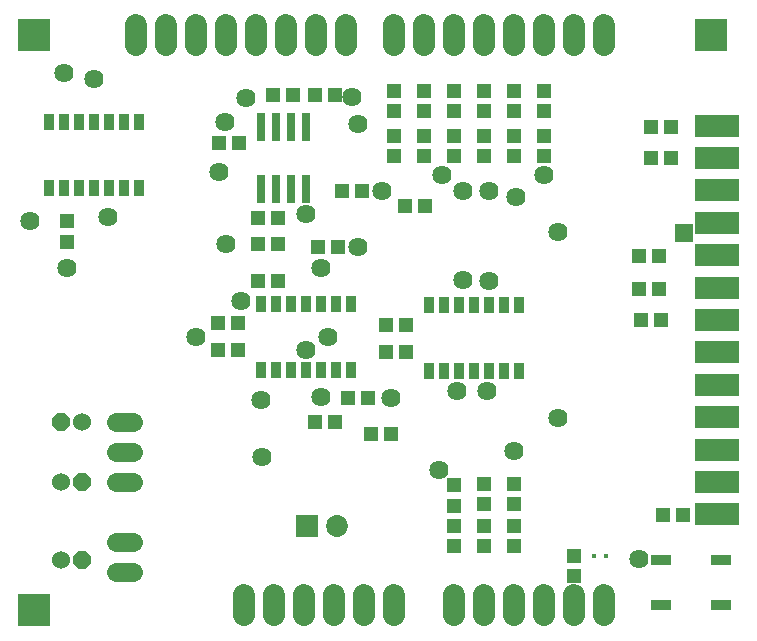
<source format=gts>
G75*
G70*
%OFA0B0*%
%FSLAX24Y24*%
%IPPOS*%
%LPD*%
%AMOC8*
5,1,8,0,0,1.08239X$1,22.5*
%
%ADD10C,0.0720*%
%ADD11C,0.0640*%
%ADD12OC8,0.0600*%
%ADD13C,0.0600*%
%ADD14R,0.1458X0.0749*%
%ADD15R,0.0513X0.0474*%
%ADD16R,0.0330X0.0580*%
%ADD17R,0.0474X0.0513*%
%ADD18R,0.0316X0.0946*%
%ADD19R,0.0680X0.0380*%
%ADD20R,0.0148X0.0138*%
%ADD21C,0.0730*%
%ADD22R,0.0730X0.0730*%
%ADD23C,0.0640*%
%ADD24R,0.0640X0.0640*%
%ADD25R,0.1080X0.1080*%
D10*
X011181Y000781D02*
X011181Y001421D01*
X012181Y001421D02*
X012181Y000781D01*
X013181Y000781D02*
X013181Y001421D01*
X014181Y001421D02*
X014181Y000781D01*
X015181Y000781D02*
X015181Y001421D01*
X016181Y001421D02*
X016181Y000781D01*
X018181Y000781D02*
X018181Y001421D01*
X019181Y001421D02*
X019181Y000781D01*
X020181Y000781D02*
X020181Y001421D01*
X021181Y001421D02*
X021181Y000781D01*
X022181Y000781D02*
X022181Y001421D01*
X023181Y001421D02*
X023181Y000781D01*
X023181Y019781D02*
X023181Y020421D01*
X022181Y020421D02*
X022181Y019781D01*
X021181Y019781D02*
X021181Y020421D01*
X020181Y020421D02*
X020181Y019781D01*
X019181Y019781D02*
X019181Y020421D01*
X018181Y020421D02*
X018181Y019781D01*
X017181Y019781D02*
X017181Y020421D01*
X016181Y020421D02*
X016181Y019781D01*
X014581Y019781D02*
X014581Y020421D01*
X013581Y020421D02*
X013581Y019781D01*
X012581Y019781D02*
X012581Y020421D01*
X011581Y020421D02*
X011581Y019781D01*
X010581Y019781D02*
X010581Y020421D01*
X009581Y020421D02*
X009581Y019781D01*
X008581Y019781D02*
X008581Y020421D01*
X007581Y020421D02*
X007581Y019781D01*
D11*
X007461Y007201D02*
X006901Y007201D01*
X006901Y006201D02*
X007461Y006201D01*
X007461Y005201D02*
X006901Y005201D01*
X006901Y003201D02*
X007461Y003201D01*
X007461Y002201D02*
X006901Y002201D01*
D12*
X005781Y002601D03*
X005781Y005201D03*
X005081Y007201D03*
D13*
X005781Y007201D03*
X005081Y005201D03*
X005081Y002601D03*
D14*
X026951Y004121D03*
X026951Y005201D03*
X026951Y006281D03*
X026951Y007361D03*
X026951Y008441D03*
X026951Y009521D03*
X026951Y010601D03*
X026951Y011681D03*
X026951Y012761D03*
X026951Y013841D03*
X026951Y014921D03*
X026951Y016001D03*
X026951Y017081D03*
D15*
X021181Y016735D03*
X021181Y016066D03*
X020181Y016066D03*
X020181Y016735D03*
X019181Y016735D03*
X019181Y016066D03*
X018181Y016066D03*
X018181Y016735D03*
X017181Y016735D03*
X017181Y016066D03*
X016181Y016066D03*
X016181Y016735D03*
X016181Y017566D03*
X016181Y018235D03*
X017181Y018235D03*
X017181Y017566D03*
X018181Y017566D03*
X018181Y018235D03*
X019181Y018235D03*
X019181Y017566D03*
X020181Y017566D03*
X020181Y018235D03*
X021181Y018235D03*
X021181Y017566D03*
X015115Y014901D03*
X014446Y014901D03*
X011015Y016501D03*
X010346Y016501D03*
X010296Y010501D03*
X010965Y010501D03*
X010965Y009601D03*
X010296Y009601D03*
X015896Y009551D03*
X016565Y009551D03*
X016565Y010451D03*
X015896Y010451D03*
X018181Y005085D03*
X018181Y004416D03*
X018181Y003735D03*
X018181Y003066D03*
X019181Y003066D03*
X019181Y003735D03*
X019181Y004466D03*
X019181Y005135D03*
X020181Y005135D03*
X020181Y004466D03*
X020181Y003735D03*
X020181Y003066D03*
X022181Y002735D03*
X022181Y002066D03*
D16*
X020331Y008901D03*
X019831Y008901D03*
X019331Y008901D03*
X018831Y008901D03*
X018331Y008901D03*
X017831Y008901D03*
X017331Y008901D03*
X014731Y008951D03*
X014231Y008951D03*
X013731Y008951D03*
X013231Y008951D03*
X012731Y008951D03*
X012231Y008951D03*
X011731Y008951D03*
X011731Y011151D03*
X012231Y011151D03*
X012731Y011151D03*
X013231Y011151D03*
X013731Y011151D03*
X014231Y011151D03*
X014731Y011151D03*
X017331Y011101D03*
X017831Y011101D03*
X018331Y011101D03*
X018831Y011101D03*
X019331Y011101D03*
X019831Y011101D03*
X020331Y011101D03*
X007681Y015001D03*
X007181Y015001D03*
X006681Y015001D03*
X006181Y015001D03*
X005681Y015001D03*
X005181Y015001D03*
X004681Y015001D03*
X004681Y017201D03*
X005181Y017201D03*
X005681Y017201D03*
X006181Y017201D03*
X006681Y017201D03*
X007181Y017201D03*
X007681Y017201D03*
D17*
X012146Y018101D03*
X012815Y018101D03*
X013546Y018101D03*
X014215Y018101D03*
X016546Y014401D03*
X017215Y014401D03*
X014315Y013051D03*
X013646Y013051D03*
X012315Y013151D03*
X011646Y013151D03*
X011646Y014001D03*
X012315Y014001D03*
X012315Y011901D03*
X011646Y011901D03*
X014646Y008001D03*
X015315Y008001D03*
X014215Y007201D03*
X013546Y007201D03*
X015396Y006801D03*
X016065Y006801D03*
X024396Y010601D03*
X025065Y010601D03*
X025015Y011651D03*
X024346Y011651D03*
X024346Y012751D03*
X025015Y012751D03*
X024746Y016001D03*
X025415Y016001D03*
X025415Y017051D03*
X024746Y017051D03*
X025146Y004101D03*
X025815Y004101D03*
X005281Y013216D03*
X005281Y013885D03*
D18*
X011731Y014977D03*
X012231Y014977D03*
X012731Y014977D03*
X013231Y014977D03*
X013231Y017024D03*
X012731Y017024D03*
X012231Y017024D03*
X011731Y017024D03*
D19*
X025081Y002601D03*
X027081Y002601D03*
X027081Y001101D03*
X025081Y001101D03*
D20*
X023232Y002751D03*
X022829Y002751D03*
D21*
X014281Y003751D03*
D22*
X013281Y003751D03*
D23*
X011781Y006051D03*
X011731Y007951D03*
X013731Y008051D03*
X013231Y009601D03*
X013981Y010051D03*
X016081Y008001D03*
X018281Y008251D03*
X019281Y008251D03*
X021631Y007351D03*
X020181Y006251D03*
X017681Y005601D03*
X024331Y002651D03*
X011081Y011251D03*
X009581Y010051D03*
X013731Y012351D03*
X014981Y013051D03*
X013231Y014151D03*
X015781Y014901D03*
X017781Y015451D03*
X018481Y014901D03*
X019331Y014901D03*
X020231Y014701D03*
X021181Y015451D03*
X021631Y013551D03*
X019331Y011901D03*
X018481Y011951D03*
X014981Y017151D03*
X014781Y018051D03*
X011231Y018011D03*
X010531Y017201D03*
X010331Y015551D03*
X010581Y013151D03*
X006631Y014051D03*
X005281Y012351D03*
X004031Y013901D03*
X006181Y018651D03*
X005181Y018851D03*
D24*
X025831Y013501D03*
D25*
X004181Y000951D03*
X004181Y020101D03*
X026731Y020101D03*
M02*

</source>
